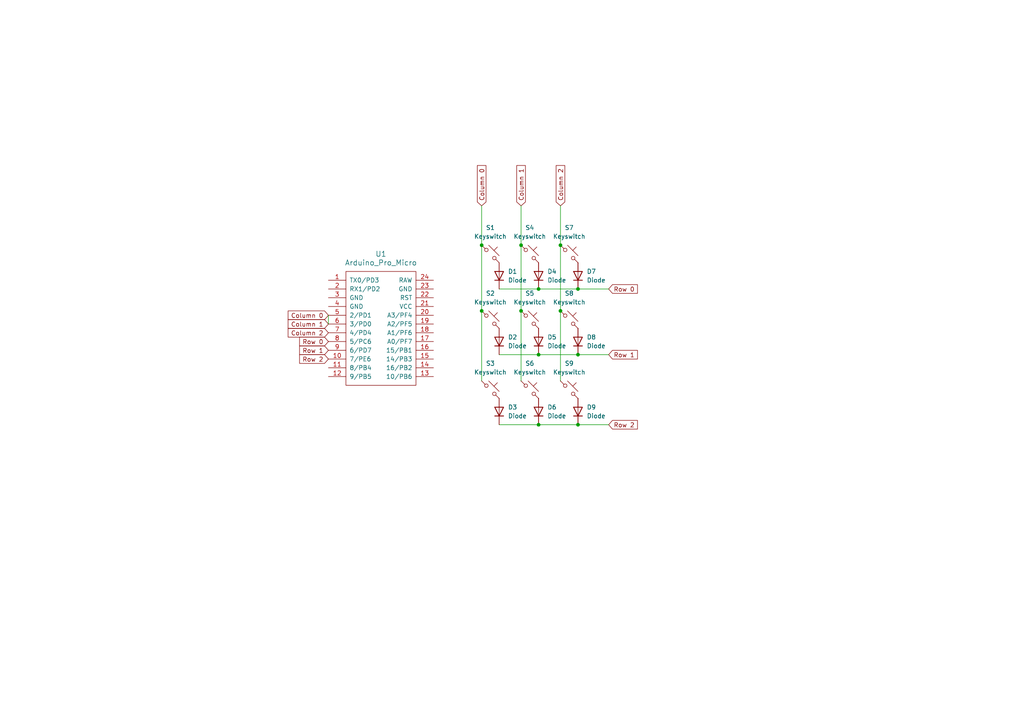
<source format=kicad_sch>
(kicad_sch (version 20230121) (generator eeschema)

  (uuid d2770203-3edc-45e2-a18d-cb467cb37c03)

  (paper "A4")

  (lib_symbols
    (symbol "ScottoKeebs:MCU_Arduino_Pro_Micro" (pin_names (offset 1.016)) (in_bom yes) (on_board yes)
      (property "Reference" "U" (at 0 0 0)
        (effects (font (size 1.524 1.524)))
      )
      (property "Value" "Arduino_Pro_Micro" (at 0 -19.05 0)
        (effects (font (size 1.524 1.524)))
      )
      (property "Footprint" "ScottoKeebs_MCU:Arduino_Pro_Micro" (at 0 -22.86 0)
        (effects (font (size 1.524 1.524)) hide)
      )
      (property "Datasheet" "" (at 26.67 -63.5 90)
        (effects (font (size 1.524 1.524)) hide)
      )
      (symbol "MCU_Arduino_Pro_Micro_0_1"
        (rectangle (start -10.16 16.51) (end 10.16 -16.51)
          (stroke (width 0) (type solid))
          (fill (type none))
        )
      )
      (symbol "MCU_Arduino_Pro_Micro_1_1"
        (pin input line (at -15.24 13.97 0) (length 5.08)
          (name "TX0/PD3" (effects (font (size 1.27 1.27))))
          (number "1" (effects (font (size 1.27 1.27))))
        )
        (pin input line (at -15.24 -8.89 0) (length 5.08)
          (name "7/PE6" (effects (font (size 1.27 1.27))))
          (number "10" (effects (font (size 1.27 1.27))))
        )
        (pin input line (at -15.24 -11.43 0) (length 5.08)
          (name "8/PB4" (effects (font (size 1.27 1.27))))
          (number "11" (effects (font (size 1.27 1.27))))
        )
        (pin input line (at -15.24 -13.97 0) (length 5.08)
          (name "9/PB5" (effects (font (size 1.27 1.27))))
          (number "12" (effects (font (size 1.27 1.27))))
        )
        (pin input line (at 15.24 -13.97 180) (length 5.08)
          (name "10/PB6" (effects (font (size 1.27 1.27))))
          (number "13" (effects (font (size 1.27 1.27))))
        )
        (pin input line (at 15.24 -11.43 180) (length 5.08)
          (name "16/PB2" (effects (font (size 1.27 1.27))))
          (number "14" (effects (font (size 1.27 1.27))))
        )
        (pin input line (at 15.24 -8.89 180) (length 5.08)
          (name "14/PB3" (effects (font (size 1.27 1.27))))
          (number "15" (effects (font (size 1.27 1.27))))
        )
        (pin input line (at 15.24 -6.35 180) (length 5.08)
          (name "15/PB1" (effects (font (size 1.27 1.27))))
          (number "16" (effects (font (size 1.27 1.27))))
        )
        (pin input line (at 15.24 -3.81 180) (length 5.08)
          (name "A0/PF7" (effects (font (size 1.27 1.27))))
          (number "17" (effects (font (size 1.27 1.27))))
        )
        (pin input line (at 15.24 -1.27 180) (length 5.08)
          (name "A1/PF6" (effects (font (size 1.27 1.27))))
          (number "18" (effects (font (size 1.27 1.27))))
        )
        (pin input line (at 15.24 1.27 180) (length 5.08)
          (name "A2/PF5" (effects (font (size 1.27 1.27))))
          (number "19" (effects (font (size 1.27 1.27))))
        )
        (pin input line (at -15.24 11.43 0) (length 5.08)
          (name "RX1/PD2" (effects (font (size 1.27 1.27))))
          (number "2" (effects (font (size 1.27 1.27))))
        )
        (pin input line (at 15.24 3.81 180) (length 5.08)
          (name "A3/PF4" (effects (font (size 1.27 1.27))))
          (number "20" (effects (font (size 1.27 1.27))))
        )
        (pin input line (at 15.24 6.35 180) (length 5.08)
          (name "VCC" (effects (font (size 1.27 1.27))))
          (number "21" (effects (font (size 1.27 1.27))))
        )
        (pin input line (at 15.24 8.89 180) (length 5.08)
          (name "RST" (effects (font (size 1.27 1.27))))
          (number "22" (effects (font (size 1.27 1.27))))
        )
        (pin input line (at 15.24 11.43 180) (length 5.08)
          (name "GND" (effects (font (size 1.27 1.27))))
          (number "23" (effects (font (size 1.27 1.27))))
        )
        (pin input line (at 15.24 13.97 180) (length 5.08)
          (name "RAW" (effects (font (size 1.27 1.27))))
          (number "24" (effects (font (size 1.27 1.27))))
        )
        (pin input line (at -15.24 8.89 0) (length 5.08)
          (name "GND" (effects (font (size 1.27 1.27))))
          (number "3" (effects (font (size 1.27 1.27))))
        )
        (pin input line (at -15.24 6.35 0) (length 5.08)
          (name "GND" (effects (font (size 1.27 1.27))))
          (number "4" (effects (font (size 1.27 1.27))))
        )
        (pin input line (at -15.24 3.81 0) (length 5.08)
          (name "2/PD1" (effects (font (size 1.27 1.27))))
          (number "5" (effects (font (size 1.27 1.27))))
        )
        (pin input line (at -15.24 1.27 0) (length 5.08)
          (name "3/PD0" (effects (font (size 1.27 1.27))))
          (number "6" (effects (font (size 1.27 1.27))))
        )
        (pin input line (at -15.24 -1.27 0) (length 5.08)
          (name "4/PD4" (effects (font (size 1.27 1.27))))
          (number "7" (effects (font (size 1.27 1.27))))
        )
        (pin input line (at -15.24 -3.81 0) (length 5.08)
          (name "5/PC6" (effects (font (size 1.27 1.27))))
          (number "8" (effects (font (size 1.27 1.27))))
        )
        (pin input line (at -15.24 -6.35 0) (length 5.08)
          (name "6/PD7" (effects (font (size 1.27 1.27))))
          (number "9" (effects (font (size 1.27 1.27))))
        )
      )
    )
    (symbol "ScottoKeebs:Placeholder_Diode" (pin_numbers hide) (pin_names hide) (in_bom yes) (on_board yes)
      (property "Reference" "D" (at 0 2.54 0)
        (effects (font (size 1.27 1.27)))
      )
      (property "Value" "Diode" (at 0 -2.54 0)
        (effects (font (size 1.27 1.27)))
      )
      (property "Footprint" "" (at 0 0 0)
        (effects (font (size 1.27 1.27)) hide)
      )
      (property "Datasheet" "" (at 0 0 0)
        (effects (font (size 1.27 1.27)) hide)
      )
      (property "Sim.Device" "D" (at 0 0 0)
        (effects (font (size 1.27 1.27)) hide)
      )
      (property "Sim.Pins" "1=K 2=A" (at 0 0 0)
        (effects (font (size 1.27 1.27)) hide)
      )
      (property "ki_keywords" "diode" (at 0 0 0)
        (effects (font (size 1.27 1.27)) hide)
      )
      (property "ki_description" "1N4148 (DO-35) or 1N4148W (SOD-123)" (at 0 0 0)
        (effects (font (size 1.27 1.27)) hide)
      )
      (property "ki_fp_filters" "D*DO?35*" (at 0 0 0)
        (effects (font (size 1.27 1.27)) hide)
      )
      (symbol "Placeholder_Diode_0_1"
        (polyline
          (pts
            (xy -1.27 1.27)
            (xy -1.27 -1.27)
          )
          (stroke (width 0.254) (type default))
          (fill (type none))
        )
        (polyline
          (pts
            (xy 1.27 0)
            (xy -1.27 0)
          )
          (stroke (width 0) (type default))
          (fill (type none))
        )
        (polyline
          (pts
            (xy 1.27 1.27)
            (xy 1.27 -1.27)
            (xy -1.27 0)
            (xy 1.27 1.27)
          )
          (stroke (width 0.254) (type default))
          (fill (type none))
        )
      )
      (symbol "Placeholder_Diode_1_1"
        (pin passive line (at -3.81 0 0) (length 2.54)
          (name "K" (effects (font (size 1.27 1.27))))
          (number "1" (effects (font (size 1.27 1.27))))
        )
        (pin passive line (at 3.81 0 180) (length 2.54)
          (name "A" (effects (font (size 1.27 1.27))))
          (number "2" (effects (font (size 1.27 1.27))))
        )
      )
    )
    (symbol "ScottoKeebs:Placeholder_Keyswitch" (pin_numbers hide) (pin_names (offset 1.016) hide) (in_bom yes) (on_board yes)
      (property "Reference" "S" (at 3.048 1.016 0)
        (effects (font (size 1.27 1.27)) (justify left))
      )
      (property "Value" "Keyswitch" (at 0 -3.81 0)
        (effects (font (size 1.27 1.27)))
      )
      (property "Footprint" "" (at 0 0 0)
        (effects (font (size 1.27 1.27)) hide)
      )
      (property "Datasheet" "~" (at 0 0 0)
        (effects (font (size 1.27 1.27)) hide)
      )
      (property "ki_keywords" "switch normally-open pushbutton push-button" (at 0 0 0)
        (effects (font (size 1.27 1.27)) hide)
      )
      (property "ki_description" "Push button switch, normally open, two pins, 45° tilted" (at 0 0 0)
        (effects (font (size 1.27 1.27)) hide)
      )
      (symbol "Placeholder_Keyswitch_0_1"
        (circle (center -1.1684 1.1684) (radius 0.508)
          (stroke (width 0) (type default))
          (fill (type none))
        )
        (polyline
          (pts
            (xy -0.508 2.54)
            (xy 2.54 -0.508)
          )
          (stroke (width 0) (type default))
          (fill (type none))
        )
        (polyline
          (pts
            (xy 1.016 1.016)
            (xy 2.032 2.032)
          )
          (stroke (width 0) (type default))
          (fill (type none))
        )
        (polyline
          (pts
            (xy -2.54 2.54)
            (xy -1.524 1.524)
            (xy -1.524 1.524)
          )
          (stroke (width 0) (type default))
          (fill (type none))
        )
        (polyline
          (pts
            (xy 1.524 -1.524)
            (xy 2.54 -2.54)
            (xy 2.54 -2.54)
            (xy 2.54 -2.54)
          )
          (stroke (width 0) (type default))
          (fill (type none))
        )
        (circle (center 1.143 -1.1938) (radius 0.508)
          (stroke (width 0) (type default))
          (fill (type none))
        )
        (pin passive line (at -2.54 2.54 0) (length 0)
          (name "1" (effects (font (size 1.27 1.27))))
          (number "1" (effects (font (size 1.27 1.27))))
        )
        (pin passive line (at 2.54 -2.54 180) (length 0)
          (name "2" (effects (font (size 1.27 1.27))))
          (number "2" (effects (font (size 1.27 1.27))))
        )
      )
    )
  )

  (junction (at 156.21 102.87) (diameter 0) (color 0 0 0 0)
    (uuid 01726ea1-5286-4db4-b3d1-6607ec12e6ae)
  )
  (junction (at 156.21 83.82) (diameter 0) (color 0 0 0 0)
    (uuid 0cfbbbbc-a5b0-4c6f-8ca9-94c492b6b75a)
  )
  (junction (at 167.64 83.82) (diameter 0) (color 0 0 0 0)
    (uuid 25c94aa2-c72b-4aaf-a78b-402873d110eb)
  )
  (junction (at 162.56 90.17) (diameter 0) (color 0 0 0 0)
    (uuid 425ad3ff-585f-4ed6-b6a7-619fdfa1d7e8)
  )
  (junction (at 156.21 123.19) (diameter 0) (color 0 0 0 0)
    (uuid 61accffe-fdcd-47a1-9d99-06681fd1c6d9)
  )
  (junction (at 151.13 71.12) (diameter 0) (color 0 0 0 0)
    (uuid 69493b09-8c77-4a94-8d59-c4430999a72c)
  )
  (junction (at 167.64 102.87) (diameter 0) (color 0 0 0 0)
    (uuid 73125074-e471-4c1a-a66b-dd5ec67c6357)
  )
  (junction (at 139.7 71.12) (diameter 0) (color 0 0 0 0)
    (uuid 7817bc20-8f17-4703-8456-c64cf0de1f9f)
  )
  (junction (at 167.64 123.19) (diameter 0) (color 0 0 0 0)
    (uuid 917cc65d-175b-45b4-8a83-836d0f69b150)
  )
  (junction (at 139.7 90.17) (diameter 0) (color 0 0 0 0)
    (uuid 930153f3-3114-4e4a-85af-1f95227c752f)
  )
  (junction (at 162.56 71.12) (diameter 0) (color 0 0 0 0)
    (uuid 9e5f3f94-9c86-4c60-ab33-d895525f9ec4)
  )
  (junction (at 151.13 90.17) (diameter 0) (color 0 0 0 0)
    (uuid d035ce0e-f40d-4d2a-b22b-983580f8c1d7)
  )

  (wire (pts (xy 156.21 83.82) (xy 167.64 83.82))
    (stroke (width 0) (type default))
    (uuid 0ff5def3-c1d1-4850-a322-4d446215b5cb)
  )
  (wire (pts (xy 151.13 90.17) (xy 151.13 110.49))
    (stroke (width 0) (type default))
    (uuid 159e997a-d0a6-41bd-8d78-87ea164e7da4)
  )
  (wire (pts (xy 144.78 102.87) (xy 156.21 102.87))
    (stroke (width 0) (type default))
    (uuid 21390af5-922d-4921-9969-818fe7a1d59b)
  )
  (wire (pts (xy 176.53 83.82) (xy 167.64 83.82))
    (stroke (width 0) (type default))
    (uuid 2fa9c032-89e3-4dfc-9e1f-f7524de474ae)
  )
  (wire (pts (xy 156.21 102.87) (xy 167.64 102.87))
    (stroke (width 0) (type default))
    (uuid 37799896-cedb-458c-8c23-a70334c8bfd6)
  )
  (wire (pts (xy 162.56 71.12) (xy 162.56 90.17))
    (stroke (width 0) (type default))
    (uuid 4d30abcb-075a-4d4b-9539-7af9d5b1a118)
  )
  (wire (pts (xy 144.78 123.19) (xy 156.21 123.19))
    (stroke (width 0) (type default))
    (uuid 545dc276-29c9-4414-a235-70ffa40a80f2)
  )
  (wire (pts (xy 176.53 102.87) (xy 167.64 102.87))
    (stroke (width 0) (type default))
    (uuid 592771a6-a36b-4e60-b2b6-fa46f777b806)
  )
  (wire (pts (xy 167.64 123.19) (xy 176.53 123.19))
    (stroke (width 0) (type default))
    (uuid 77b708e7-3d23-4ac3-a15f-504d078561e7)
  )
  (wire (pts (xy 139.7 59.69) (xy 139.7 71.12))
    (stroke (width 0) (type default))
    (uuid 7e533125-d6ee-4cde-adab-0651ba86e3d6)
  )
  (wire (pts (xy 151.13 59.69) (xy 151.13 71.12))
    (stroke (width 0) (type default))
    (uuid 9ec8bb77-650c-4275-ad27-a4fa69c0f025)
  )
  (wire (pts (xy 162.56 59.69) (xy 162.56 71.12))
    (stroke (width 0) (type default))
    (uuid a2f4d5a5-cd7b-4ae6-bd45-4fa4073ef0d2)
  )
  (wire (pts (xy 144.78 83.82) (xy 156.21 83.82))
    (stroke (width 0) (type default))
    (uuid a4a07ba3-3303-4f07-b2a3-b2ed72973687)
  )
  (wire (pts (xy 95.25 91.44) (xy 95.25 93.98))
    (stroke (width 0) (type default))
    (uuid b21055de-dd00-4a04-a467-d23242d57293)
  )
  (wire (pts (xy 139.7 71.12) (xy 139.7 90.17))
    (stroke (width 0) (type default))
    (uuid b778e60f-a94a-4e57-9f8f-7edbe05b0bf8)
  )
  (wire (pts (xy 156.21 123.19) (xy 167.64 123.19))
    (stroke (width 0) (type default))
    (uuid c434fa1b-cef5-45a9-bd78-2c57514de572)
  )
  (wire (pts (xy 151.13 71.12) (xy 151.13 90.17))
    (stroke (width 0) (type default))
    (uuid d71b4c4d-b5fb-466c-9694-5eb20b27a7fe)
  )
  (wire (pts (xy 139.7 90.17) (xy 139.7 110.49))
    (stroke (width 0) (type default))
    (uuid db1445e2-a2aa-4205-8c41-e4ebcb916a1c)
  )
  (wire (pts (xy 162.56 90.17) (xy 162.56 110.49))
    (stroke (width 0) (type default))
    (uuid e92f6991-a34f-4778-95c1-bfa23c24d3c2)
  )

  (global_label "Row 1" (shape input) (at 176.53 102.87 0) (fields_autoplaced)
    (effects (font (size 1.27 1.27)) (justify left))
    (uuid 00a8111a-d8e3-48eb-84a9-c505e6d7ad79)
    (property "Intersheetrefs" "${INTERSHEET_REFS}" (at 185.4418 102.87 0)
      (effects (font (size 1.27 1.27)) (justify left) hide)
    )
  )
  (global_label "Column 0" (shape input) (at 139.7 59.69 90) (fields_autoplaced)
    (effects (font (size 1.27 1.27)) (justify left))
    (uuid 24b8315a-2569-4dcc-8839-80fbdb38617e)
    (property "Intersheetrefs" "${INTERSHEET_REFS}" (at 139.7 47.4522 90)
      (effects (font (size 1.27 1.27)) (justify left) hide)
    )
  )
  (global_label "Column 1" (shape input) (at 95.25 93.98 180) (fields_autoplaced)
    (effects (font (size 1.27 1.27)) (justify right))
    (uuid 410e7deb-7d98-4cac-b87b-6f314a6901e9)
    (property "Intersheetrefs" "${INTERSHEET_REFS}" (at 83.0122 93.98 0)
      (effects (font (size 1.27 1.27)) (justify right) hide)
    )
  )
  (global_label "Column 2" (shape input) (at 95.25 96.52 180) (fields_autoplaced)
    (effects (font (size 1.27 1.27)) (justify right))
    (uuid 4b9fb2d0-7d5c-4a05-b844-71b34728728b)
    (property "Intersheetrefs" "${INTERSHEET_REFS}" (at 83.0122 96.52 0)
      (effects (font (size 1.27 1.27)) (justify right) hide)
    )
  )
  (global_label "Row 2" (shape input) (at 95.25 104.14 180) (fields_autoplaced)
    (effects (font (size 1.27 1.27)) (justify right))
    (uuid 56ab5abe-a100-4924-8ea0-d4c7a65fd466)
    (property "Intersheetrefs" "${INTERSHEET_REFS}" (at 86.3382 104.14 0)
      (effects (font (size 1.27 1.27)) (justify right) hide)
    )
  )
  (global_label "Column 0" (shape input) (at 95.25 91.44 180) (fields_autoplaced)
    (effects (font (size 1.27 1.27)) (justify right))
    (uuid 5c95a935-f834-433d-926e-b7d3c4d805e8)
    (property "Intersheetrefs" "${INTERSHEET_REFS}" (at 83.0122 91.44 0)
      (effects (font (size 1.27 1.27)) (justify right) hide)
    )
  )
  (global_label "Row 1" (shape input) (at 95.25 101.6 180) (fields_autoplaced)
    (effects (font (size 1.27 1.27)) (justify right))
    (uuid 965a0620-cb01-4e53-9b94-6f7656baab80)
    (property "Intersheetrefs" "${INTERSHEET_REFS}" (at 86.3382 101.6 0)
      (effects (font (size 1.27 1.27)) (justify right) hide)
    )
  )
  (global_label "Row 0" (shape input) (at 176.53 83.82 0) (fields_autoplaced)
    (effects (font (size 1.27 1.27)) (justify left))
    (uuid a6eee47a-e3e8-4ebc-ad79-df1ba905ae67)
    (property "Intersheetrefs" "${INTERSHEET_REFS}" (at 185.4418 83.82 0)
      (effects (font (size 1.27 1.27)) (justify left) hide)
    )
  )
  (global_label "Column 2" (shape input) (at 162.56 59.69 90) (fields_autoplaced)
    (effects (font (size 1.27 1.27)) (justify left))
    (uuid a6ff36f2-64c9-4189-a733-7409f61a8a1f)
    (property "Intersheetrefs" "${INTERSHEET_REFS}" (at 162.56 47.4522 90)
      (effects (font (size 1.27 1.27)) (justify left) hide)
    )
  )
  (global_label "Column 1" (shape input) (at 151.13 59.69 90) (fields_autoplaced)
    (effects (font (size 1.27 1.27)) (justify left))
    (uuid b862eb84-0c12-4503-84dd-30274946defe)
    (property "Intersheetrefs" "${INTERSHEET_REFS}" (at 151.13 47.4522 90)
      (effects (font (size 1.27 1.27)) (justify left) hide)
    )
  )
  (global_label "Row 0" (shape input) (at 95.25 99.06 180) (fields_autoplaced)
    (effects (font (size 1.27 1.27)) (justify right))
    (uuid c2d17c2c-dbe1-4bbe-90ab-ae46582985da)
    (property "Intersheetrefs" "${INTERSHEET_REFS}" (at 86.3382 99.06 0)
      (effects (font (size 1.27 1.27)) (justify right) hide)
    )
  )
  (global_label "Row 2" (shape input) (at 176.53 123.19 0) (fields_autoplaced)
    (effects (font (size 1.27 1.27)) (justify left))
    (uuid e1602192-30a4-4cf5-8808-972437a8acbb)
    (property "Intersheetrefs" "${INTERSHEET_REFS}" (at 185.4418 123.19 0)
      (effects (font (size 1.27 1.27)) (justify left) hide)
    )
  )

  (symbol (lib_id "ScottoKeebs:Placeholder_Diode") (at 144.78 119.38 90) (unit 1)
    (in_bom yes) (on_board yes) (dnp no) (fields_autoplaced)
    (uuid 0931a0fb-c2ae-49f6-8537-07f096a8082c)
    (property "Reference" "D3" (at 147.32 118.11 90)
      (effects (font (size 1.27 1.27)) (justify right))
    )
    (property "Value" "Diode" (at 147.32 120.65 90)
      (effects (font (size 1.27 1.27)) (justify right))
    )
    (property "Footprint" "ScottoKeebs_Components:Diode_DO-35" (at 144.78 119.38 0)
      (effects (font (size 1.27 1.27)) hide)
    )
    (property "Datasheet" "" (at 144.78 119.38 0)
      (effects (font (size 1.27 1.27)) hide)
    )
    (property "Sim.Device" "D" (at 144.78 119.38 0)
      (effects (font (size 1.27 1.27)) hide)
    )
    (property "Sim.Pins" "1=K 2=A" (at 144.78 119.38 0)
      (effects (font (size 1.27 1.27)) hide)
    )
    (pin "2" (uuid 80dd6b57-9cf4-427e-b4d3-5f2830ead302))
    (pin "1" (uuid 9c7970f7-4f71-46fc-92ba-04f174ed04db))
    (instances
      (project "MacroPad1"
        (path "/d2770203-3edc-45e2-a18d-cb467cb37c03"
          (reference "D3") (unit 1)
        )
      )
    )
  )

  (symbol (lib_id "ScottoKeebs:Placeholder_Diode") (at 156.21 119.38 90) (unit 1)
    (in_bom yes) (on_board yes) (dnp no) (fields_autoplaced)
    (uuid 1ee80029-7d32-4238-9e32-34d91ef6a7dd)
    (property "Reference" "D6" (at 158.75 118.11 90)
      (effects (font (size 1.27 1.27)) (justify right))
    )
    (property "Value" "Diode" (at 158.75 120.65 90)
      (effects (font (size 1.27 1.27)) (justify right))
    )
    (property "Footprint" "ScottoKeebs_Components:Diode_DO-35" (at 156.21 119.38 0)
      (effects (font (size 1.27 1.27)) hide)
    )
    (property "Datasheet" "" (at 156.21 119.38 0)
      (effects (font (size 1.27 1.27)) hide)
    )
    (property "Sim.Device" "D" (at 156.21 119.38 0)
      (effects (font (size 1.27 1.27)) hide)
    )
    (property "Sim.Pins" "1=K 2=A" (at 156.21 119.38 0)
      (effects (font (size 1.27 1.27)) hide)
    )
    (pin "2" (uuid 24e2dbc4-f462-427b-9f8f-b5229d4334a7))
    (pin "1" (uuid a9b2476a-5bcf-4f1a-9a44-940a26d28224))
    (instances
      (project "MacroPad1"
        (path "/d2770203-3edc-45e2-a18d-cb467cb37c03"
          (reference "D6") (unit 1)
        )
      )
    )
  )

  (symbol (lib_id "ScottoKeebs:Placeholder_Keyswitch") (at 153.67 92.71 0) (unit 1)
    (in_bom yes) (on_board yes) (dnp no) (fields_autoplaced)
    (uuid 2d6fc324-5b64-4185-a8fe-4773a0ce8f24)
    (property "Reference" "S5" (at 153.67 85.09 0)
      (effects (font (size 1.27 1.27)))
    )
    (property "Value" "Keyswitch" (at 153.67 87.63 0)
      (effects (font (size 1.27 1.27)))
    )
    (property "Footprint" "ScottoKeebs_MX:MX_PCB_1.00u" (at 153.67 92.71 0)
      (effects (font (size 1.27 1.27)) hide)
    )
    (property "Datasheet" "~" (at 153.67 92.71 0)
      (effects (font (size 1.27 1.27)) hide)
    )
    (pin "2" (uuid dd344dd5-248e-4257-bd62-8dec25250d07))
    (pin "1" (uuid 71aa8ef7-7da8-4896-a5da-3c813365cf69))
    (instances
      (project "MacroPad1"
        (path "/d2770203-3edc-45e2-a18d-cb467cb37c03"
          (reference "S5") (unit 1)
        )
      )
    )
  )

  (symbol (lib_id "ScottoKeebs:Placeholder_Keyswitch") (at 142.24 113.03 0) (unit 1)
    (in_bom yes) (on_board yes) (dnp no) (fields_autoplaced)
    (uuid 3e3059f9-bd6f-4178-8ff2-f6b6b56c7c4c)
    (property "Reference" "S3" (at 142.24 105.41 0)
      (effects (font (size 1.27 1.27)))
    )
    (property "Value" "Keyswitch" (at 142.24 107.95 0)
      (effects (font (size 1.27 1.27)))
    )
    (property "Footprint" "ScottoKeebs_MX:MX_PCB_1.00u" (at 142.24 113.03 0)
      (effects (font (size 1.27 1.27)) hide)
    )
    (property "Datasheet" "~" (at 142.24 113.03 0)
      (effects (font (size 1.27 1.27)) hide)
    )
    (pin "2" (uuid 5015178d-610c-4c0c-9eb9-cd9a6349954a))
    (pin "1" (uuid ef42e599-4abe-4229-9ea6-ea41bbe5c4db))
    (instances
      (project "MacroPad1"
        (path "/d2770203-3edc-45e2-a18d-cb467cb37c03"
          (reference "S3") (unit 1)
        )
      )
    )
  )

  (symbol (lib_id "ScottoKeebs:MCU_Arduino_Pro_Micro") (at 110.49 95.25 0) (unit 1)
    (in_bom yes) (on_board yes) (dnp no) (fields_autoplaced)
    (uuid 5255298a-9a88-4d57-9abf-17aad74eccee)
    (property "Reference" "U1" (at 110.49 73.66 0)
      (effects (font (size 1.524 1.524)))
    )
    (property "Value" "Arduino_Pro_Micro" (at 110.49 76.2 0)
      (effects (font (size 1.524 1.524)))
    )
    (property "Footprint" "ScottoKeebs_MCU:Arduino_Pro_Micro" (at 110.49 118.11 0)
      (effects (font (size 1.524 1.524)) hide)
    )
    (property "Datasheet" "" (at 137.16 158.75 90)
      (effects (font (size 1.524 1.524)) hide)
    )
    (pin "20" (uuid f0126576-654e-4e85-9be9-7139a80125de))
    (pin "17" (uuid 24d7469a-bc68-4db4-b106-e6ff2e022bba))
    (pin "10" (uuid b79b826e-97ec-49e3-9bd2-7ced4db94c18))
    (pin "16" (uuid c04109bf-e617-45e9-b5f1-c35ddb8fafe7))
    (pin "5" (uuid f6d4b345-54f4-4342-a4e8-95e8d0fa3aed))
    (pin "6" (uuid 343d5205-74a0-4deb-b046-a644db9f84aa))
    (pin "11" (uuid 169d8514-1172-45fe-bcbe-bacbefce0a61))
    (pin "23" (uuid b97cd439-76a0-4451-b292-d299ff28a524))
    (pin "2" (uuid 48c3bbcf-9ee6-4d0d-88e8-7e032b81679c))
    (pin "22" (uuid cd66a112-6310-4f1e-9915-aab985c16c55))
    (pin "7" (uuid ff61af47-eef9-4e2d-a435-fe0ae1f11629))
    (pin "14" (uuid 4d6b9404-1431-4c89-87d5-0ee376610b2b))
    (pin "24" (uuid fd40ed64-dcba-492d-8ba7-3c495e7a9a08))
    (pin "4" (uuid 2117950d-a5a2-4a40-aacb-eb08b5be8dfa))
    (pin "18" (uuid 28ae23a4-edc0-436f-bdf9-88ce752985f1))
    (pin "9" (uuid 84666b41-acf7-4e83-8435-71ba57d7b36d))
    (pin "13" (uuid 12847e97-2384-47a3-8cc1-b6de4518f3c1))
    (pin "8" (uuid edbbe02b-c414-4408-88a2-a277874f987a))
    (pin "3" (uuid 6d98fe3d-a88f-484b-aca3-e275171b6086))
    (pin "19" (uuid d6bba24e-f5ad-406f-a800-2c23d67df690))
    (pin "21" (uuid 0099b703-6ca8-427c-84cc-80f907a27893))
    (pin "15" (uuid efb74300-c8ad-4d8a-a630-86b5e2e22495))
    (pin "1" (uuid d0260a95-5b17-477d-9b22-111a0490d47c))
    (pin "12" (uuid ccd0c714-5e85-4a71-9977-cb9180d74466))
    (instances
      (project "MacroPad1"
        (path "/d2770203-3edc-45e2-a18d-cb467cb37c03"
          (reference "U1") (unit 1)
        )
      )
    )
  )

  (symbol (lib_id "ScottoKeebs:Placeholder_Diode") (at 167.64 119.38 90) (unit 1)
    (in_bom yes) (on_board yes) (dnp no) (fields_autoplaced)
    (uuid 56d1755a-d26b-4fcc-adec-b3bd1d641384)
    (property "Reference" "D9" (at 170.18 118.11 90)
      (effects (font (size 1.27 1.27)) (justify right))
    )
    (property "Value" "Diode" (at 170.18 120.65 90)
      (effects (font (size 1.27 1.27)) (justify right))
    )
    (property "Footprint" "ScottoKeebs_Components:Diode_DO-35" (at 167.64 119.38 0)
      (effects (font (size 1.27 1.27)) hide)
    )
    (property "Datasheet" "" (at 167.64 119.38 0)
      (effects (font (size 1.27 1.27)) hide)
    )
    (property "Sim.Device" "D" (at 167.64 119.38 0)
      (effects (font (size 1.27 1.27)) hide)
    )
    (property "Sim.Pins" "1=K 2=A" (at 167.64 119.38 0)
      (effects (font (size 1.27 1.27)) hide)
    )
    (pin "2" (uuid 6fab6c17-7e9c-411a-a244-9de868c263ff))
    (pin "1" (uuid ea6ee8d4-f944-42d2-aead-439c9b7df6d3))
    (instances
      (project "MacroPad1"
        (path "/d2770203-3edc-45e2-a18d-cb467cb37c03"
          (reference "D9") (unit 1)
        )
      )
    )
  )

  (symbol (lib_id "ScottoKeebs:Placeholder_Diode") (at 167.64 80.01 90) (unit 1)
    (in_bom yes) (on_board yes) (dnp no) (fields_autoplaced)
    (uuid 56de25ce-e3d5-49a1-b580-12abef67e44e)
    (property "Reference" "D7" (at 170.18 78.74 90)
      (effects (font (size 1.27 1.27)) (justify right))
    )
    (property "Value" "Diode" (at 170.18 81.28 90)
      (effects (font (size 1.27 1.27)) (justify right))
    )
    (property "Footprint" "ScottoKeebs_Components:Diode_DO-35" (at 167.64 80.01 0)
      (effects (font (size 1.27 1.27)) hide)
    )
    (property "Datasheet" "" (at 167.64 80.01 0)
      (effects (font (size 1.27 1.27)) hide)
    )
    (property "Sim.Device" "D" (at 167.64 80.01 0)
      (effects (font (size 1.27 1.27)) hide)
    )
    (property "Sim.Pins" "1=K 2=A" (at 167.64 80.01 0)
      (effects (font (size 1.27 1.27)) hide)
    )
    (pin "2" (uuid c8443a6a-4d85-42fd-b668-79bed3cc83ca))
    (pin "1" (uuid c2de6e78-5495-4d79-9afc-e18cbf340dc2))
    (instances
      (project "MacroPad1"
        (path "/d2770203-3edc-45e2-a18d-cb467cb37c03"
          (reference "D7") (unit 1)
        )
      )
    )
  )

  (symbol (lib_id "ScottoKeebs:Placeholder_Keyswitch") (at 142.24 73.66 0) (unit 1)
    (in_bom yes) (on_board yes) (dnp no) (fields_autoplaced)
    (uuid 5d53e9f4-7358-470e-9e92-f3794f477f56)
    (property "Reference" "S1" (at 142.24 66.04 0)
      (effects (font (size 1.27 1.27)))
    )
    (property "Value" "Keyswitch" (at 142.24 68.58 0)
      (effects (font (size 1.27 1.27)))
    )
    (property "Footprint" "ScottoKeebs_MX:MX_PCB_1.00u" (at 142.24 73.66 0)
      (effects (font (size 1.27 1.27)) hide)
    )
    (property "Datasheet" "~" (at 142.24 73.66 0)
      (effects (font (size 1.27 1.27)) hide)
    )
    (pin "2" (uuid 7c24074e-77ce-485b-8215-042dd832c01e))
    (pin "1" (uuid 379e6d55-9ce5-407e-bbd8-a950cd523443))
    (instances
      (project "MacroPad1"
        (path "/d2770203-3edc-45e2-a18d-cb467cb37c03"
          (reference "S1") (unit 1)
        )
      )
    )
  )

  (symbol (lib_id "ScottoKeebs:Placeholder_Diode") (at 144.78 80.01 90) (unit 1)
    (in_bom yes) (on_board yes) (dnp no) (fields_autoplaced)
    (uuid 66702c48-2e7f-45c7-8c57-ba872178405d)
    (property "Reference" "D1" (at 147.32 78.74 90)
      (effects (font (size 1.27 1.27)) (justify right))
    )
    (property "Value" "Diode" (at 147.32 81.28 90)
      (effects (font (size 1.27 1.27)) (justify right))
    )
    (property "Footprint" "ScottoKeebs_Components:Diode_DO-35" (at 144.78 80.01 0)
      (effects (font (size 1.27 1.27)) hide)
    )
    (property "Datasheet" "" (at 144.78 80.01 0)
      (effects (font (size 1.27 1.27)) hide)
    )
    (property "Sim.Device" "D" (at 144.78 80.01 0)
      (effects (font (size 1.27 1.27)) hide)
    )
    (property "Sim.Pins" "1=K 2=A" (at 144.78 80.01 0)
      (effects (font (size 1.27 1.27)) hide)
    )
    (pin "2" (uuid 4b816b1d-3215-4df1-a852-35ab72b8b02c))
    (pin "1" (uuid a251aa9e-2568-4932-82f1-7a5827e141ca))
    (instances
      (project "MacroPad1"
        (path "/d2770203-3edc-45e2-a18d-cb467cb37c03"
          (reference "D1") (unit 1)
        )
      )
    )
  )

  (symbol (lib_id "ScottoKeebs:Placeholder_Keyswitch") (at 153.67 73.66 0) (unit 1)
    (in_bom yes) (on_board yes) (dnp no) (fields_autoplaced)
    (uuid 7cc0c0de-71dc-4e5f-a972-5fb961bd6eaa)
    (property "Reference" "S4" (at 153.67 66.04 0)
      (effects (font (size 1.27 1.27)))
    )
    (property "Value" "Keyswitch" (at 153.67 68.58 0)
      (effects (font (size 1.27 1.27)))
    )
    (property "Footprint" "ScottoKeebs_MX:MX_PCB_1.00u" (at 153.67 73.66 0)
      (effects (font (size 1.27 1.27)) hide)
    )
    (property "Datasheet" "~" (at 153.67 73.66 0)
      (effects (font (size 1.27 1.27)) hide)
    )
    (pin "2" (uuid 1ec4f8c0-9ca2-492c-b0e6-0db112959558))
    (pin "1" (uuid 80929eda-1906-47df-9f37-f341846af511))
    (instances
      (project "MacroPad1"
        (path "/d2770203-3edc-45e2-a18d-cb467cb37c03"
          (reference "S4") (unit 1)
        )
      )
    )
  )

  (symbol (lib_id "ScottoKeebs:Placeholder_Diode") (at 156.21 80.01 90) (unit 1)
    (in_bom yes) (on_board yes) (dnp no) (fields_autoplaced)
    (uuid a9c35ea4-8ad0-4a40-b025-1b0d55f6e3b3)
    (property "Reference" "D4" (at 158.75 78.74 90)
      (effects (font (size 1.27 1.27)) (justify right))
    )
    (property "Value" "Diode" (at 158.75 81.28 90)
      (effects (font (size 1.27 1.27)) (justify right))
    )
    (property "Footprint" "ScottoKeebs_Components:Diode_DO-35" (at 156.21 80.01 0)
      (effects (font (size 1.27 1.27)) hide)
    )
    (property "Datasheet" "" (at 156.21 80.01 0)
      (effects (font (size 1.27 1.27)) hide)
    )
    (property "Sim.Device" "D" (at 156.21 80.01 0)
      (effects (font (size 1.27 1.27)) hide)
    )
    (property "Sim.Pins" "1=K 2=A" (at 156.21 80.01 0)
      (effects (font (size 1.27 1.27)) hide)
    )
    (pin "2" (uuid 46d8c0e4-09f8-4575-b805-f1f7c1704c11))
    (pin "1" (uuid 732f9827-acd3-44a9-9c4d-85e9a2be2375))
    (instances
      (project "MacroPad1"
        (path "/d2770203-3edc-45e2-a18d-cb467cb37c03"
          (reference "D4") (unit 1)
        )
      )
    )
  )

  (symbol (lib_id "ScottoKeebs:Placeholder_Keyswitch") (at 142.24 92.71 0) (unit 1)
    (in_bom yes) (on_board yes) (dnp no) (fields_autoplaced)
    (uuid aad23a15-92cf-49d2-99d7-05a3328c8b5b)
    (property "Reference" "S2" (at 142.24 85.09 0)
      (effects (font (size 1.27 1.27)))
    )
    (property "Value" "Keyswitch" (at 142.24 87.63 0)
      (effects (font (size 1.27 1.27)))
    )
    (property "Footprint" "ScottoKeebs_MX:MX_PCB_1.00u" (at 142.24 92.71 0)
      (effects (font (size 1.27 1.27)) hide)
    )
    (property "Datasheet" "~" (at 142.24 92.71 0)
      (effects (font (size 1.27 1.27)) hide)
    )
    (pin "2" (uuid 28678734-5a6e-4fe4-a7a2-a38397964bf3))
    (pin "1" (uuid 89350807-2144-4b48-b7f3-f6a0f1f8218a))
    (instances
      (project "MacroPad1"
        (path "/d2770203-3edc-45e2-a18d-cb467cb37c03"
          (reference "S2") (unit 1)
        )
      )
    )
  )

  (symbol (lib_id "ScottoKeebs:Placeholder_Diode") (at 167.64 99.06 90) (unit 1)
    (in_bom yes) (on_board yes) (dnp no) (fields_autoplaced)
    (uuid bf8ed7b6-fd33-41e2-a3aa-3be70abdc320)
    (property "Reference" "D8" (at 170.18 97.79 90)
      (effects (font (size 1.27 1.27)) (justify right))
    )
    (property "Value" "Diode" (at 170.18 100.33 90)
      (effects (font (size 1.27 1.27)) (justify right))
    )
    (property "Footprint" "ScottoKeebs_Components:Diode_DO-35" (at 167.64 99.06 0)
      (effects (font (size 1.27 1.27)) hide)
    )
    (property "Datasheet" "" (at 167.64 99.06 0)
      (effects (font (size 1.27 1.27)) hide)
    )
    (property "Sim.Device" "D" (at 167.64 99.06 0)
      (effects (font (size 1.27 1.27)) hide)
    )
    (property "Sim.Pins" "1=K 2=A" (at 167.64 99.06 0)
      (effects (font (size 1.27 1.27)) hide)
    )
    (pin "2" (uuid 7d98fdec-8fd3-48eb-afc0-de7465a49ea5))
    (pin "1" (uuid 615749b7-2a5c-4769-ac13-dd98f4d98182))
    (instances
      (project "MacroPad1"
        (path "/d2770203-3edc-45e2-a18d-cb467cb37c03"
          (reference "D8") (unit 1)
        )
      )
    )
  )

  (symbol (lib_id "ScottoKeebs:Placeholder_Keyswitch") (at 165.1 92.71 0) (unit 1)
    (in_bom yes) (on_board yes) (dnp no) (fields_autoplaced)
    (uuid bfe618ae-28d3-442f-82ec-b987b90b3fa9)
    (property "Reference" "S8" (at 165.1 85.09 0)
      (effects (font (size 1.27 1.27)))
    )
    (property "Value" "Keyswitch" (at 165.1 87.63 0)
      (effects (font (size 1.27 1.27)))
    )
    (property "Footprint" "ScottoKeebs_MX:MX_PCB_1.00u" (at 165.1 92.71 0)
      (effects (font (size 1.27 1.27)) hide)
    )
    (property "Datasheet" "~" (at 165.1 92.71 0)
      (effects (font (size 1.27 1.27)) hide)
    )
    (pin "2" (uuid 1afd66a9-b1eb-4db5-9d54-4417b207ad5b))
    (pin "1" (uuid 0b5dc68d-7542-4959-a5f1-c8a0027cbc3a))
    (instances
      (project "MacroPad1"
        (path "/d2770203-3edc-45e2-a18d-cb467cb37c03"
          (reference "S8") (unit 1)
        )
      )
    )
  )

  (symbol (lib_id "ScottoKeebs:Placeholder_Keyswitch") (at 153.67 113.03 0) (unit 1)
    (in_bom yes) (on_board yes) (dnp no) (fields_autoplaced)
    (uuid cc3b7f03-93cf-46c7-af9a-bcd82468980e)
    (property "Reference" "S6" (at 153.67 105.41 0)
      (effects (font (size 1.27 1.27)))
    )
    (property "Value" "Keyswitch" (at 153.67 107.95 0)
      (effects (font (size 1.27 1.27)))
    )
    (property "Footprint" "ScottoKeebs_MX:MX_PCB_1.00u" (at 153.67 113.03 0)
      (effects (font (size 1.27 1.27)) hide)
    )
    (property "Datasheet" "~" (at 153.67 113.03 0)
      (effects (font (size 1.27 1.27)) hide)
    )
    (pin "2" (uuid 709fafc1-4195-4e35-88a7-13e17e74520b))
    (pin "1" (uuid c1f69f04-0e07-43a0-bdca-44c297717fe6))
    (instances
      (project "MacroPad1"
        (path "/d2770203-3edc-45e2-a18d-cb467cb37c03"
          (reference "S6") (unit 1)
        )
      )
    )
  )

  (symbol (lib_id "ScottoKeebs:Placeholder_Diode") (at 144.78 99.06 90) (unit 1)
    (in_bom yes) (on_board yes) (dnp no) (fields_autoplaced)
    (uuid cd913d0f-7505-434d-b845-fa543c741ba0)
    (property "Reference" "D2" (at 147.32 97.79 90)
      (effects (font (size 1.27 1.27)) (justify right))
    )
    (property "Value" "Diode" (at 147.32 100.33 90)
      (effects (font (size 1.27 1.27)) (justify right))
    )
    (property "Footprint" "ScottoKeebs_Components:Diode_DO-35" (at 144.78 99.06 0)
      (effects (font (size 1.27 1.27)) hide)
    )
    (property "Datasheet" "" (at 144.78 99.06 0)
      (effects (font (size 1.27 1.27)) hide)
    )
    (property "Sim.Device" "D" (at 144.78 99.06 0)
      (effects (font (size 1.27 1.27)) hide)
    )
    (property "Sim.Pins" "1=K 2=A" (at 144.78 99.06 0)
      (effects (font (size 1.27 1.27)) hide)
    )
    (pin "2" (uuid 83f84122-4858-412e-ad81-fb53cc6be4e1))
    (pin "1" (uuid 96118c86-770e-482b-aee0-b8d148259767))
    (instances
      (project "MacroPad1"
        (path "/d2770203-3edc-45e2-a18d-cb467cb37c03"
          (reference "D2") (unit 1)
        )
      )
    )
  )

  (symbol (lib_id "ScottoKeebs:Placeholder_Keyswitch") (at 165.1 73.66 0) (unit 1)
    (in_bom yes) (on_board yes) (dnp no) (fields_autoplaced)
    (uuid e3b22e46-0dae-42a7-a2df-9164ecbe86e8)
    (property "Reference" "S7" (at 165.1 66.04 0)
      (effects (font (size 1.27 1.27)))
    )
    (property "Value" "Keyswitch" (at 165.1 68.58 0)
      (effects (font (size 1.27 1.27)))
    )
    (property "Footprint" "ScottoKeebs_MX:MX_PCB_1.00u" (at 165.1 73.66 0)
      (effects (font (size 1.27 1.27)) hide)
    )
    (property "Datasheet" "~" (at 165.1 73.66 0)
      (effects (font (size 1.27 1.27)) hide)
    )
    (pin "2" (uuid a5a995b5-6075-463c-8a3d-3853bea7b216))
    (pin "1" (uuid 4d0fedfd-0f12-4f37-aaf9-d465cfafbb18))
    (instances
      (project "MacroPad1"
        (path "/d2770203-3edc-45e2-a18d-cb467cb37c03"
          (reference "S7") (unit 1)
        )
      )
    )
  )

  (symbol (lib_id "ScottoKeebs:Placeholder_Keyswitch") (at 165.1 113.03 0) (unit 1)
    (in_bom yes) (on_board yes) (dnp no) (fields_autoplaced)
    (uuid e81e0b92-bb11-444f-83e8-df14505e5d0a)
    (property "Reference" "S9" (at 165.1 105.41 0)
      (effects (font (size 1.27 1.27)))
    )
    (property "Value" "Keyswitch" (at 165.1 107.95 0)
      (effects (font (size 1.27 1.27)))
    )
    (property "Footprint" "ScottoKeebs_MX:MX_PCB_1.00u" (at 165.1 113.03 0)
      (effects (font (size 1.27 1.27)) hide)
    )
    (property "Datasheet" "~" (at 165.1 113.03 0)
      (effects (font (size 1.27 1.27)) hide)
    )
    (pin "2" (uuid 45767078-bdb3-45b6-9e65-7565b239367c))
    (pin "1" (uuid 1dc1689b-77d7-43d3-85ac-9e0e4c718563))
    (instances
      (project "MacroPad1"
        (path "/d2770203-3edc-45e2-a18d-cb467cb37c03"
          (reference "S9") (unit 1)
        )
      )
    )
  )

  (symbol (lib_id "ScottoKeebs:Placeholder_Diode") (at 156.21 99.06 90) (unit 1)
    (in_bom yes) (on_board yes) (dnp no) (fields_autoplaced)
    (uuid ef472ab5-b8a3-4d05-94ce-4aeaac051f8e)
    (property "Reference" "D5" (at 158.75 97.79 90)
      (effects (font (size 1.27 1.27)) (justify right))
    )
    (property "Value" "Diode" (at 158.75 100.33 90)
      (effects (font (size 1.27 1.27)) (justify right))
    )
    (property "Footprint" "ScottoKeebs_Components:Diode_DO-35" (at 156.21 99.06 0)
      (effects (font (size 1.27 1.27)) hide)
    )
    (property "Datasheet" "" (at 156.21 99.06 0)
      (effects (font (size 1.27 1.27)) hide)
    )
    (property "Sim.Device" "D" (at 156.21 99.06 0)
      (effects (font (size 1.27 1.27)) hide)
    )
    (property "Sim.Pins" "1=K 2=A" (at 156.21 99.06 0)
      (effects (font (size 1.27 1.27)) hide)
    )
    (pin "2" (uuid 5f560ab7-a84e-4525-85bb-1d4203eb757e))
    (pin "1" (uuid 970d67d0-7564-4463-9a8a-a7d648dc052e))
    (instances
      (project "MacroPad1"
        (path "/d2770203-3edc-45e2-a18d-cb467cb37c03"
          (reference "D5") (unit 1)
        )
      )
    )
  )

  (sheet_instances
    (path "/" (page "1"))
  )
)

</source>
